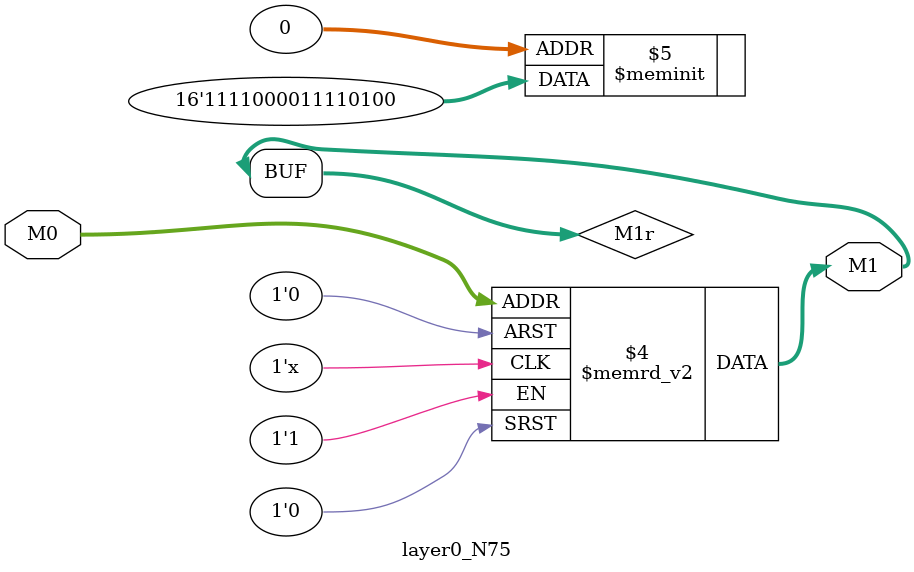
<source format=v>
module layer0_N75 ( input [2:0] M0, output [1:0] M1 );

	(*rom_style = "distributed" *) reg [1:0] M1r;
	assign M1 = M1r;
	always @ (M0) begin
		case (M0)
			3'b000: M1r = 2'b00;
			3'b100: M1r = 2'b00;
			3'b010: M1r = 2'b11;
			3'b110: M1r = 2'b11;
			3'b001: M1r = 2'b01;
			3'b101: M1r = 2'b00;
			3'b011: M1r = 2'b11;
			3'b111: M1r = 2'b11;

		endcase
	end
endmodule

</source>
